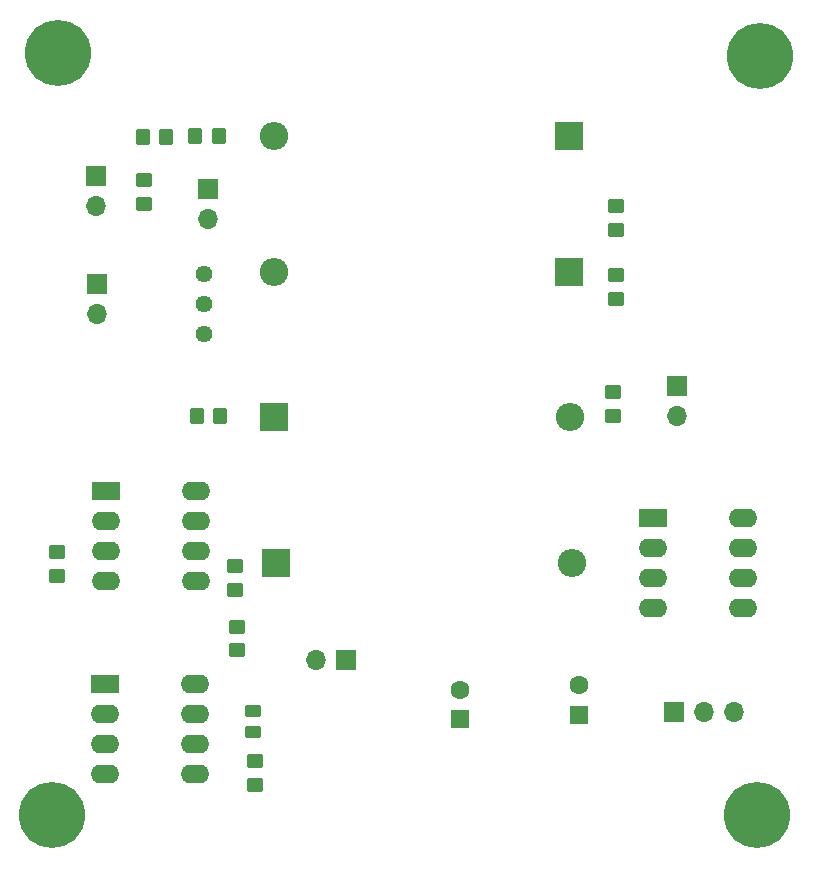
<source format=gts>
G04 #@! TF.GenerationSoftware,KiCad,Pcbnew,(6.0.9)*
G04 #@! TF.CreationDate,2022-12-01T15:56:23+01:00*
G04 #@! TF.ProjectId,Twin-T,5477696e-2d54-42e6-9b69-6361645f7063,rev?*
G04 #@! TF.SameCoordinates,Original*
G04 #@! TF.FileFunction,Soldermask,Top*
G04 #@! TF.FilePolarity,Negative*
%FSLAX46Y46*%
G04 Gerber Fmt 4.6, Leading zero omitted, Abs format (unit mm)*
G04 Created by KiCad (PCBNEW (6.0.9)) date 2022-12-01 15:56:23*
%MOMM*%
%LPD*%
G01*
G04 APERTURE LIST*
G04 Aperture macros list*
%AMRoundRect*
0 Rectangle with rounded corners*
0 $1 Rounding radius*
0 $2 $3 $4 $5 $6 $7 $8 $9 X,Y pos of 4 corners*
0 Add a 4 corners polygon primitive as box body*
4,1,4,$2,$3,$4,$5,$6,$7,$8,$9,$2,$3,0*
0 Add four circle primitives for the rounded corners*
1,1,$1+$1,$2,$3*
1,1,$1+$1,$4,$5*
1,1,$1+$1,$6,$7*
1,1,$1+$1,$8,$9*
0 Add four rect primitives between the rounded corners*
20,1,$1+$1,$2,$3,$4,$5,0*
20,1,$1+$1,$4,$5,$6,$7,0*
20,1,$1+$1,$6,$7,$8,$9,0*
20,1,$1+$1,$8,$9,$2,$3,0*%
G04 Aperture macros list end*
%ADD10R,1.700000X1.700000*%
%ADD11O,1.700000X1.700000*%
%ADD12C,1.440000*%
%ADD13RoundRect,0.250000X0.450000X-0.350000X0.450000X0.350000X-0.450000X0.350000X-0.450000X-0.350000X0*%
%ADD14C,5.600000*%
%ADD15C,3.600000*%
%ADD16RoundRect,0.250000X0.350000X0.450000X-0.350000X0.450000X-0.350000X-0.450000X0.350000X-0.450000X0*%
%ADD17R,2.400000X2.400000*%
%ADD18O,2.400000X2.400000*%
%ADD19R,2.400000X1.600000*%
%ADD20O,2.400000X1.600000*%
%ADD21R,1.600000X1.600000*%
%ADD22C,1.600000*%
%ADD23RoundRect,0.250000X-0.350000X-0.450000X0.350000X-0.450000X0.350000X0.450000X-0.350000X0.450000X0*%
%ADD24RoundRect,0.250000X-0.450000X0.262500X-0.450000X-0.262500X0.450000X-0.262500X0.450000X0.262500X0*%
G04 APERTURE END LIST*
D10*
X126441200Y-75488800D03*
D11*
X126441200Y-78028800D03*
D12*
X126136400Y-87792400D03*
X126136400Y-85252400D03*
X126136400Y-82712400D03*
D13*
X121021600Y-76777600D03*
X121021600Y-74777600D03*
D14*
X113792000Y-64008000D03*
D15*
X113792000Y-64008000D03*
D16*
X127492000Y-94742000D03*
X125492000Y-94742000D03*
D17*
X132232400Y-107188000D03*
D18*
X157232400Y-107188000D03*
D13*
X161036000Y-78962000D03*
X161036000Y-76962000D03*
D17*
X132076800Y-94843600D03*
D18*
X157076800Y-94843600D03*
D13*
X160782000Y-94726000D03*
X160782000Y-92726000D03*
X128930400Y-114572800D03*
X128930400Y-112572800D03*
D14*
X172974000Y-128524000D03*
D15*
X172974000Y-128524000D03*
D19*
X164119800Y-103337200D03*
D20*
X164119800Y-105877200D03*
X164119800Y-108417200D03*
X164119800Y-110957200D03*
X171739800Y-110957200D03*
X171739800Y-108417200D03*
X171739800Y-105877200D03*
X171739800Y-103337200D03*
D21*
X147828000Y-120396000D03*
D22*
X147828000Y-117896000D03*
D23*
X125355600Y-71018400D03*
X127355600Y-71018400D03*
D10*
X165912800Y-119786400D03*
D11*
X168452800Y-119786400D03*
X170992800Y-119786400D03*
D13*
X130403600Y-125952000D03*
X130403600Y-123952000D03*
D17*
X157026000Y-71018400D03*
D18*
X132026000Y-71018400D03*
D17*
X157026000Y-82550000D03*
D18*
X132026000Y-82550000D03*
D10*
X138156000Y-115341000D03*
D11*
X135616000Y-115341000D03*
D23*
X120936000Y-71069200D03*
X122936000Y-71069200D03*
D13*
X113639600Y-108238800D03*
X113639600Y-106238800D03*
X160985200Y-84785200D03*
X160985200Y-82785200D03*
D24*
X130302000Y-119684800D03*
X130302000Y-121509800D03*
D10*
X166141000Y-92222000D03*
D11*
X166141000Y-94762000D03*
D10*
X117043200Y-83515200D03*
D11*
X117043200Y-86055200D03*
D21*
X157886400Y-120003580D03*
D22*
X157886400Y-117503580D03*
D13*
X128778000Y-109458000D03*
X128778000Y-107458000D03*
D15*
X173228000Y-64262000D03*
D14*
X173228000Y-64262000D03*
D10*
X116992400Y-74422000D03*
D11*
X116992400Y-76962000D03*
D19*
X117703600Y-117449600D03*
D20*
X117703600Y-119989600D03*
X117703600Y-122529600D03*
X117703600Y-125069600D03*
X125323600Y-125069600D03*
X125323600Y-122529600D03*
X125323600Y-119989600D03*
X125323600Y-117449600D03*
D15*
X113284000Y-128524000D03*
D14*
X113284000Y-128524000D03*
D19*
X117790200Y-101051200D03*
D20*
X117790200Y-103591200D03*
X117790200Y-106131200D03*
X117790200Y-108671200D03*
X125410200Y-108671200D03*
X125410200Y-106131200D03*
X125410200Y-103591200D03*
X125410200Y-101051200D03*
M02*

</source>
